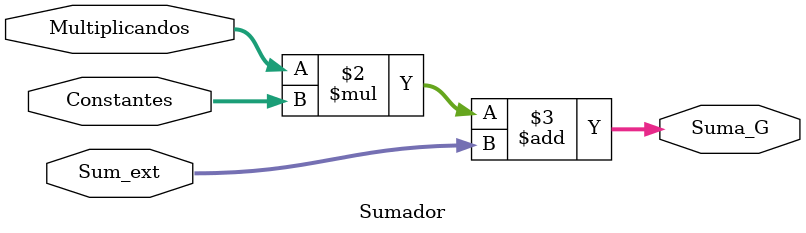
<source format=v>
`timescale 1ns / 1ps
module Sumador #(parameter N = 25 /* Valor de N*/)(
	input wire [2*N-1:0] Sum_ext,
	input wire [N-1:0] Multiplicandos,Constantes,
   output reg [2*N-1:0] Suma_G
	);

initial
begin
Suma_G = 0;
end

always@*
begin

Suma_G = (Multiplicandos*Constantes + Sum_ext);

end

endmodule

</source>
